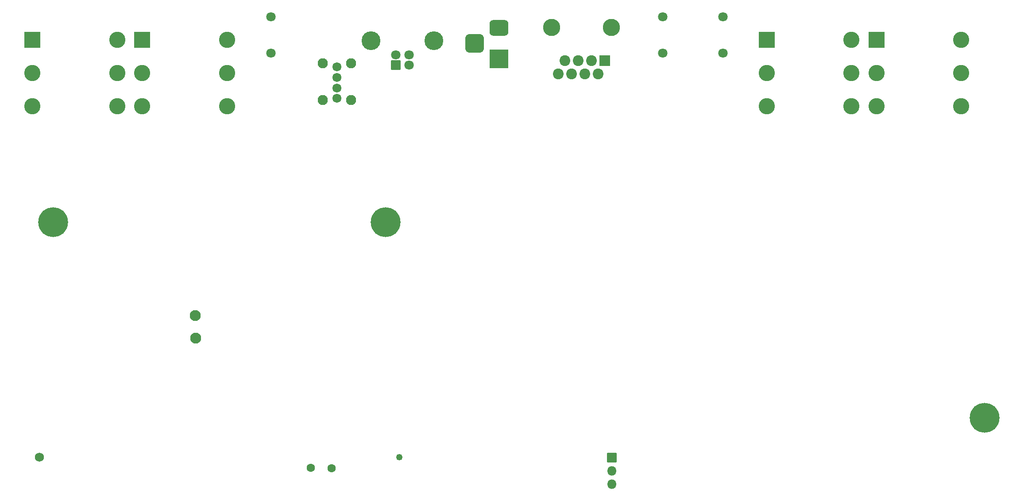
<source format=gbr>
G04 #@! TF.GenerationSoftware,KiCad,Pcbnew,6.0.10-86aedd382b~118~ubuntu22.04.1*
G04 #@! TF.CreationDate,2023-02-22T09:35:45+01:00*
G04 #@! TF.ProjectId,bottom-board,626f7474-6f6d-42d6-926f-6172642e6b69,rev?*
G04 #@! TF.SameCoordinates,Original*
G04 #@! TF.FileFunction,Soldermask,Bot*
G04 #@! TF.FilePolarity,Negative*
%FSLAX46Y46*%
G04 Gerber Fmt 4.6, Leading zero omitted, Abs format (unit mm)*
G04 Created by KiCad (PCBNEW 6.0.10-86aedd382b~118~ubuntu22.04.1) date 2023-02-22 09:35:45*
%MOMM*%
%LPD*%
G01*
G04 APERTURE LIST*
G04 Aperture macros list*
%AMRoundRect*
0 Rectangle with rounded corners*
0 $1 Rounding radius*
0 $2 $3 $4 $5 $6 $7 $8 $9 X,Y pos of 4 corners*
0 Add a 4 corners polygon primitive as box body*
4,1,4,$2,$3,$4,$5,$6,$7,$8,$9,$2,$3,0*
0 Add four circle primitives for the rounded corners*
1,1,$1+$1,$2,$3*
1,1,$1+$1,$4,$5*
1,1,$1+$1,$6,$7*
1,1,$1+$1,$8,$9*
0 Add four rect primitives between the rounded corners*
20,1,$1+$1,$2,$3,$4,$5,0*
20,1,$1+$1,$4,$5,$6,$7,0*
20,1,$1+$1,$6,$7,$8,$9,0*
20,1,$1+$1,$8,$9,$2,$3,0*%
G04 Aperture macros list end*
%ADD10C,1.800000*%
%ADD11C,5.700000*%
%ADD12RoundRect,0.050000X-0.850000X-0.850000X0.850000X-0.850000X0.850000X0.850000X-0.850000X0.850000X0*%
%ADD13O,1.800000X1.800000*%
%ADD14C,3.100000*%
%ADD15RoundRect,0.050000X1.500000X-1.500000X1.500000X1.500000X-1.500000X1.500000X-1.500000X-1.500000X0*%
%ADD16C,1.720000*%
%ADD17C,1.950000*%
%ADD18RoundRect,0.050000X0.850000X-0.850000X0.850000X0.850000X-0.850000X0.850000X-0.850000X-0.850000X0*%
%ADD19C,3.600000*%
%ADD20RoundRect,0.050000X-1.750000X1.750000X-1.750000X-1.750000X1.750000X-1.750000X1.750000X1.750000X0*%
%ADD21RoundRect,0.800000X-1.000000X0.750000X-1.000000X-0.750000X1.000000X-0.750000X1.000000X0.750000X0*%
%ADD22RoundRect,0.925000X-0.875000X0.875000X-0.875000X-0.875000X0.875000X-0.875000X0.875000X0.875000X0*%
%ADD23C,3.300000*%
%ADD24RoundRect,0.050000X0.980000X0.980000X-0.980000X0.980000X-0.980000X-0.980000X0.980000X-0.980000X0*%
%ADD25C,2.060000*%
%ADD26C,1.750000*%
%ADD27C,1.250000*%
%ADD28C,2.100000*%
%ADD29C,1.600000*%
G04 APERTURE END LIST*
D10*
X199110000Y-44030000D03*
X199110000Y-51030000D03*
D11*
X249207680Y-120727880D03*
D12*
X177860000Y-128410000D03*
D13*
X177860000Y-130950000D03*
X177860000Y-133490000D03*
D11*
X71007680Y-83337880D03*
X134607680Y-83337880D03*
D14*
X67085000Y-54780000D03*
X83315000Y-54780000D03*
D15*
X67085000Y-48430000D03*
D14*
X83315000Y-48430000D03*
X67085000Y-61130000D03*
X83315000Y-61130000D03*
D16*
X125285000Y-53655000D03*
X125285000Y-55655000D03*
X125285000Y-57655000D03*
X125285000Y-59655000D03*
D17*
X128005000Y-59925000D03*
X122565000Y-52925000D03*
X122565000Y-59925000D03*
X128005000Y-52925000D03*
D14*
X88085000Y-54780000D03*
X104315000Y-54780000D03*
D15*
X88085000Y-48430000D03*
D14*
X104315000Y-48430000D03*
X88085000Y-61130000D03*
X104315000Y-61130000D03*
D10*
X112710000Y-51030000D03*
X112710000Y-44030000D03*
D18*
X136586971Y-53299976D03*
D10*
X139086971Y-53299976D03*
X139086971Y-51299976D03*
X136586971Y-51299976D03*
D19*
X131816971Y-48589976D03*
X143856971Y-48589976D03*
D20*
X156330453Y-52130000D03*
D21*
X156330453Y-46130000D03*
D22*
X151630453Y-49130000D03*
D23*
X177805000Y-46060000D03*
X166375000Y-46060000D03*
D24*
X176535000Y-52410000D03*
D25*
X175265000Y-54950000D03*
X173995000Y-52410000D03*
X172725000Y-54950000D03*
X171455000Y-52410000D03*
X170185000Y-54950000D03*
X168915000Y-52410000D03*
X167645000Y-54950000D03*
D14*
X228485000Y-54780000D03*
X244715000Y-54780000D03*
D15*
X228485000Y-48430000D03*
D14*
X244715000Y-48430000D03*
X228485000Y-61130000D03*
X244715000Y-61130000D03*
X207485000Y-54780000D03*
X223715000Y-54780000D03*
D15*
X207485000Y-48430000D03*
D14*
X223715000Y-48430000D03*
X207485000Y-61130000D03*
X223715000Y-61130000D03*
D26*
X68410000Y-128260000D03*
D27*
X137210000Y-128260000D03*
D28*
X98210000Y-101230000D03*
X98310000Y-105530000D03*
D10*
X187610000Y-44030000D03*
X187610000Y-51030000D03*
D29*
X124280000Y-130370000D03*
X120300000Y-130350000D03*
M02*

</source>
